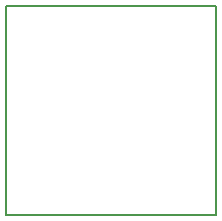
<source format=gm1>
G04 Layer_Color=48896*
%FSLAX24Y24*%
%MOIN*%
G70*
G01*
G75*
%ADD23C,0.0060*%
D23*
X3590Y-3180D02*
Y3790D01*
X-3410Y-3180D02*
X3590D01*
X-3410D02*
Y3790D01*
X3590D01*
M02*

</source>
